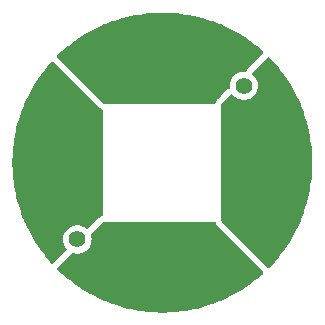
<source format=gbr>
%TF.GenerationSoftware,KiCad,Pcbnew,7.0.7*%
%TF.CreationDate,2024-01-24T13:08:38-05:00*%
%TF.ProjectId,LED_board,4c45445f-626f-4617-9264-2e6b69636164,rev?*%
%TF.SameCoordinates,Original*%
%TF.FileFunction,Copper,L2,Bot*%
%TF.FilePolarity,Positive*%
%FSLAX46Y46*%
G04 Gerber Fmt 4.6, Leading zero omitted, Abs format (unit mm)*
G04 Created by KiCad (PCBNEW 7.0.7) date 2024-01-24 13:08:38*
%MOMM*%
%LPD*%
G01*
G04 APERTURE LIST*
%TA.AperFunction,ComponentPad*%
%ADD10C,1.400000*%
%TD*%
%TA.AperFunction,ViaPad*%
%ADD11C,0.800000*%
%TD*%
G04 APERTURE END LIST*
D10*
%TO.P,J2,1,Pin_1*%
%TO.N,/GND*%
X106900000Y-93500000D03*
%TD*%
%TO.P,J1,1,Pin_1*%
%TO.N,/Vin*%
X92800000Y-106500000D03*
%TD*%
D11*
%TO.N,unconnected-(D1-EXP-Pad3)*%
X89750000Y-100000000D03*
X94500000Y-100000000D03*
X88750000Y-100000000D03*
X87750000Y-100000000D03*
%TO.N,unconnected-(D2-EXP-Pad3)*%
X100000000Y-89750000D03*
X100000000Y-88750000D03*
X100000000Y-87750000D03*
X100000000Y-94500000D03*
%TO.N,unconnected-(D3-EXP-Pad3)*%
X100000000Y-105500000D03*
X100000000Y-111250000D03*
X100000000Y-112250000D03*
X100000000Y-110250000D03*
%TO.N,unconnected-(D4-EXP-Pad3)*%
X111250000Y-100000000D03*
X105500000Y-100000000D03*
X112250000Y-100000000D03*
X110250000Y-100000000D03*
%TD*%
%TA.AperFunction,Conductor*%
%TO.N,unconnected-(D4-EXP-Pad3)*%
G36*
X109020742Y-91081771D02*
G01*
X109067514Y-91112766D01*
X109420343Y-91485966D01*
X109515244Y-91592161D01*
X109882903Y-92027558D01*
X109971706Y-92138911D01*
X110314388Y-92594257D01*
X110396784Y-92710383D01*
X110713403Y-93184238D01*
X110789159Y-93304801D01*
X111078712Y-93795665D01*
X111147586Y-93920282D01*
X111258348Y-94134683D01*
X111409164Y-94426616D01*
X111470942Y-94554901D01*
X111703720Y-95075106D01*
X111758206Y-95206648D01*
X111961446Y-95739080D01*
X112008475Y-95873481D01*
X112181534Y-96416447D01*
X112220964Y-96553312D01*
X112363305Y-97105123D01*
X112394993Y-97243955D01*
X112506173Y-97802895D01*
X112530025Y-97943280D01*
X112609691Y-98507583D01*
X112625634Y-98649078D01*
X112673534Y-99216958D01*
X112681518Y-99359132D01*
X112699451Y-99998260D01*
X112699451Y-100001738D01*
X112681518Y-100640867D01*
X112673534Y-100783041D01*
X112625634Y-101350921D01*
X112609691Y-101492416D01*
X112530025Y-102056719D01*
X112506173Y-102197104D01*
X112394993Y-102756044D01*
X112363305Y-102894876D01*
X112220964Y-103446687D01*
X112181534Y-103583552D01*
X112008475Y-104126518D01*
X111961446Y-104260919D01*
X111758206Y-104793351D01*
X111703720Y-104924893D01*
X111470942Y-105445098D01*
X111409164Y-105573383D01*
X111147591Y-106079708D01*
X111078712Y-106204334D01*
X110789159Y-106695198D01*
X110713403Y-106815761D01*
X110396784Y-107289616D01*
X110314388Y-107405742D01*
X109971706Y-107861088D01*
X109882903Y-107972441D01*
X109515244Y-108407838D01*
X109420343Y-108514033D01*
X109067513Y-108887233D01*
X109007153Y-108922424D01*
X108937349Y-108919396D01*
X108889726Y-108889726D01*
X105036818Y-105036818D01*
X105003333Y-104975495D01*
X105000499Y-104949137D01*
X105000499Y-95050862D01*
X105020184Y-94983823D01*
X105036813Y-94963186D01*
X105770040Y-94229959D01*
X105831359Y-94196477D01*
X105901050Y-94201461D01*
X105956671Y-94242916D01*
X106009020Y-94312238D01*
X106173437Y-94462123D01*
X106173439Y-94462125D01*
X106362595Y-94579245D01*
X106362596Y-94579245D01*
X106362599Y-94579247D01*
X106570060Y-94659618D01*
X106788757Y-94700500D01*
X106788759Y-94700500D01*
X107011241Y-94700500D01*
X107011243Y-94700500D01*
X107229940Y-94659618D01*
X107437401Y-94579247D01*
X107626562Y-94462124D01*
X107790981Y-94312236D01*
X107925058Y-94134689D01*
X108024229Y-93935528D01*
X108085115Y-93721536D01*
X108105643Y-93500000D01*
X108085115Y-93278464D01*
X108024229Y-93064472D01*
X108024224Y-93064461D01*
X107925061Y-92865316D01*
X107925056Y-92865308D01*
X107790979Y-92687761D01*
X107636512Y-92546947D01*
X107600230Y-92487236D01*
X107601991Y-92417389D01*
X107632365Y-92367634D01*
X108889729Y-91110270D01*
X108951050Y-91076787D01*
X109020742Y-91081771D01*
G37*
%TD.AperFunction*%
%TD*%
%TA.AperFunction,Conductor*%
%TO.N,unconnected-(D1-EXP-Pad3)*%
G36*
X90715228Y-91448071D02*
G01*
X90762859Y-91477744D01*
X94615319Y-95330204D01*
X94615320Y-95330204D01*
X94635456Y-95348291D01*
X94635455Y-95348291D01*
X94666639Y-95373420D01*
X94666642Y-95373422D01*
X94710526Y-95405067D01*
X94841403Y-95464838D01*
X94908442Y-95484523D01*
X94908446Y-95484524D01*
X94908448Y-95484524D01*
X94910436Y-95485108D01*
X94969213Y-95522883D01*
X94998238Y-95586439D01*
X94999500Y-95604085D01*
X94999500Y-104392540D01*
X94979815Y-104459579D01*
X94927011Y-104505334D01*
X94918833Y-104508722D01*
X94782254Y-104559662D01*
X94782251Y-104559663D01*
X94724206Y-104591356D01*
X94723656Y-104591615D01*
X94720923Y-104593149D01*
X94605740Y-104679375D01*
X94605728Y-104679385D01*
X93725722Y-105559391D01*
X93664399Y-105592876D01*
X93594707Y-105587892D01*
X93554503Y-105563347D01*
X93526563Y-105537876D01*
X93526560Y-105537874D01*
X93337404Y-105420754D01*
X93337398Y-105420752D01*
X93129940Y-105340382D01*
X92911243Y-105299500D01*
X92688757Y-105299500D01*
X92470060Y-105340382D01*
X92338864Y-105391207D01*
X92262601Y-105420752D01*
X92262595Y-105420754D01*
X92073439Y-105537874D01*
X92073437Y-105537876D01*
X91909020Y-105687761D01*
X91774943Y-105865308D01*
X91774938Y-105865316D01*
X91675775Y-106064461D01*
X91675769Y-106064476D01*
X91614885Y-106278462D01*
X91614884Y-106278464D01*
X91594357Y-106499999D01*
X91594357Y-106500000D01*
X91614884Y-106721535D01*
X91614885Y-106721537D01*
X91675769Y-106935523D01*
X91675775Y-106935538D01*
X91774938Y-107134683D01*
X91774943Y-107134691D01*
X91871468Y-107262510D01*
X91896160Y-107327871D01*
X91881595Y-107396206D01*
X91860195Y-107424918D01*
X90762860Y-108522254D01*
X90701537Y-108555739D01*
X90631845Y-108550755D01*
X90585083Y-108519771D01*
X90579657Y-108514033D01*
X90484755Y-108407838D01*
X90117096Y-107972441D01*
X90057773Y-107898054D01*
X90028301Y-107861098D01*
X89685609Y-107405739D01*
X89678845Y-107396206D01*
X89603225Y-107289631D01*
X89286596Y-106815761D01*
X89257350Y-106769218D01*
X89210845Y-106695206D01*
X88921285Y-106204330D01*
X88852417Y-106079725D01*
X88590832Y-105573378D01*
X88529057Y-105445098D01*
X88357806Y-105062391D01*
X88296277Y-104924887D01*
X88241787Y-104793335D01*
X88222175Y-104741957D01*
X88038545Y-104260898D01*
X87991524Y-104126516D01*
X87818464Y-103583549D01*
X87779035Y-103446687D01*
X87636694Y-102894876D01*
X87605011Y-102756065D01*
X87493824Y-102197090D01*
X87469975Y-102056725D01*
X87390307Y-101492409D01*
X87374365Y-101350925D01*
X87326463Y-100783014D01*
X87318481Y-100640890D01*
X87302498Y-100071210D01*
X87302498Y-99928789D01*
X87318481Y-99359132D01*
X87326462Y-99216993D01*
X87374368Y-98649047D01*
X87390305Y-98507602D01*
X87469976Y-97943263D01*
X87493821Y-97802922D01*
X87605008Y-97243947D01*
X87636686Y-97105152D01*
X87779036Y-96553305D01*
X87818465Y-96416447D01*
X87991532Y-95873455D01*
X88038539Y-95739118D01*
X88241797Y-95206639D01*
X88296266Y-95075136D01*
X88529057Y-94554901D01*
X88543772Y-94524343D01*
X88590823Y-94426639D01*
X88852429Y-93920252D01*
X88921268Y-93795697D01*
X89210854Y-93304778D01*
X89286590Y-93184247D01*
X89603231Y-92710359D01*
X89685593Y-92594281D01*
X90028305Y-92138896D01*
X90117096Y-92027558D01*
X90205841Y-91922462D01*
X90484764Y-91592151D01*
X90579629Y-91485994D01*
X90585067Y-91480243D01*
X90645423Y-91445048D01*
X90715228Y-91448071D01*
G37*
%TD.AperFunction*%
%TD*%
%TA.AperFunction,Conductor*%
%TO.N,unconnected-(D2-EXP-Pad3)*%
G36*
X100640890Y-87318481D02*
G01*
X100783014Y-87326463D01*
X101350925Y-87374365D01*
X101492386Y-87390303D01*
X102056725Y-87469975D01*
X102197090Y-87493824D01*
X102756065Y-87605011D01*
X102894849Y-87636687D01*
X103409401Y-87769417D01*
X103446687Y-87779035D01*
X103583549Y-87818464D01*
X104126516Y-87991524D01*
X104260898Y-88038545D01*
X104793347Y-88241792D01*
X104924887Y-88296277D01*
X105247488Y-88440631D01*
X105445098Y-88529057D01*
X105573378Y-88590832D01*
X106079725Y-88852417D01*
X106204330Y-88921285D01*
X106695206Y-89210845D01*
X106769218Y-89257350D01*
X106815761Y-89286596D01*
X106953029Y-89378315D01*
X107289631Y-89603225D01*
X107405739Y-89685609D01*
X107861098Y-90028301D01*
X107898054Y-90057773D01*
X107972441Y-90117096D01*
X108407838Y-90484755D01*
X108514037Y-90579660D01*
X108519767Y-90585078D01*
X108554954Y-90645441D01*
X108551922Y-90715244D01*
X108522254Y-90762859D01*
X107274931Y-92010182D01*
X107274930Y-92010184D01*
X107274926Y-92010188D01*
X107274923Y-92010192D01*
X107200908Y-92104242D01*
X107200907Y-92104244D01*
X107200899Y-92104255D01*
X107170532Y-92153998D01*
X107136744Y-92227781D01*
X107090934Y-92280537D01*
X107023874Y-92300151D01*
X107012567Y-92299622D01*
X107011250Y-92299500D01*
X107011243Y-92299500D01*
X106788757Y-92299500D01*
X106570060Y-92340382D01*
X106438864Y-92391207D01*
X106362601Y-92420752D01*
X106362595Y-92420754D01*
X106173439Y-92537874D01*
X106173437Y-92537876D01*
X106009020Y-92687761D01*
X105874943Y-92865308D01*
X105874938Y-92865316D01*
X105775775Y-93064461D01*
X105775769Y-93064476D01*
X105714885Y-93278462D01*
X105714884Y-93278464D01*
X105694357Y-93499999D01*
X105694357Y-93500001D01*
X105704730Y-93611948D01*
X105691315Y-93680518D01*
X105642958Y-93730950D01*
X105624595Y-93739570D01*
X105589101Y-93752808D01*
X105589096Y-93752811D01*
X105527791Y-93786286D01*
X105527781Y-93786290D01*
X105412599Y-93872515D01*
X105412587Y-93872526D01*
X104943153Y-94341961D01*
X104669794Y-94615320D01*
X104651696Y-94635469D01*
X104651696Y-94635470D01*
X104626569Y-94666651D01*
X104626570Y-94666650D01*
X104594930Y-94710528D01*
X104535160Y-94841402D01*
X104514889Y-94910437D01*
X104477114Y-94969214D01*
X104413558Y-94998238D01*
X104395913Y-94999500D01*
X95050862Y-94999500D01*
X94983823Y-94979815D01*
X94963181Y-94963181D01*
X91110272Y-91110272D01*
X91076787Y-91048949D01*
X91081771Y-90979257D01*
X91112763Y-90932488D01*
X91485977Y-90579646D01*
X91592151Y-90484764D01*
X92027558Y-90117096D01*
X92052828Y-90096943D01*
X92138896Y-90028305D01*
X92594281Y-89685593D01*
X92710359Y-89603231D01*
X93184243Y-89286592D01*
X93304778Y-89210854D01*
X93795697Y-88921268D01*
X93920252Y-88852429D01*
X94426639Y-88590823D01*
X94554901Y-88529057D01*
X94592852Y-88512074D01*
X95075136Y-88296266D01*
X95206639Y-88241797D01*
X95739118Y-88038539D01*
X95873455Y-87991532D01*
X96416484Y-87818453D01*
X96553296Y-87779039D01*
X97105152Y-87636686D01*
X97243947Y-87605008D01*
X97802922Y-87493821D01*
X97943263Y-87469976D01*
X98507602Y-87390305D01*
X98649047Y-87374368D01*
X99216993Y-87326462D01*
X99359109Y-87318481D01*
X99928790Y-87302498D01*
X100071210Y-87302498D01*
X100640890Y-87318481D01*
G37*
%TD.AperFunction*%
%TD*%
%TA.AperFunction,Conductor*%
%TO.N,unconnected-(D3-EXP-Pad3)*%
G36*
X104459578Y-105020185D02*
G01*
X104505333Y-105072989D01*
X104508721Y-105081166D01*
X104509384Y-105082945D01*
X104509385Y-105082947D01*
X104559667Y-105217756D01*
X104593152Y-105279079D01*
X104679376Y-105394260D01*
X104679380Y-105394264D01*
X104679385Y-105394270D01*
X108522255Y-109237139D01*
X108555740Y-109298462D01*
X108550756Y-109368154D01*
X108519761Y-109414926D01*
X108514028Y-109420347D01*
X108407838Y-109515244D01*
X107972441Y-109882903D01*
X107861088Y-109971706D01*
X107405742Y-110314388D01*
X107289616Y-110396784D01*
X106815761Y-110713403D01*
X106695198Y-110789159D01*
X106204334Y-111078712D01*
X106079708Y-111147591D01*
X105573383Y-111409164D01*
X105445098Y-111470942D01*
X104924893Y-111703720D01*
X104793351Y-111758206D01*
X104260919Y-111961446D01*
X104126518Y-112008475D01*
X103583552Y-112181534D01*
X103446687Y-112220964D01*
X102894876Y-112363305D01*
X102756044Y-112394993D01*
X102197104Y-112506173D01*
X102056719Y-112530025D01*
X101492416Y-112609691D01*
X101350921Y-112625634D01*
X100783041Y-112673534D01*
X100640867Y-112681518D01*
X100071210Y-112697502D01*
X99928790Y-112697502D01*
X99359132Y-112681518D01*
X99216958Y-112673534D01*
X98649078Y-112625634D01*
X98507583Y-112609691D01*
X97943280Y-112530025D01*
X97802895Y-112506173D01*
X97243955Y-112394993D01*
X97105123Y-112363305D01*
X96553312Y-112220964D01*
X96416447Y-112181534D01*
X95873481Y-112008475D01*
X95739080Y-111961446D01*
X95206648Y-111758206D01*
X95173542Y-111744493D01*
X95075098Y-111703716D01*
X94554901Y-111470942D01*
X94426616Y-111409164D01*
X93920300Y-111147595D01*
X93857978Y-111113151D01*
X93795665Y-111078712D01*
X93304809Y-110789163D01*
X93270566Y-110767647D01*
X93184238Y-110713403D01*
X92710383Y-110396784D01*
X92594257Y-110314388D01*
X92138911Y-109971706D01*
X92027558Y-109882903D01*
X91592161Y-109515244D01*
X91549724Y-109477320D01*
X91485977Y-109420353D01*
X91112765Y-109067513D01*
X91077574Y-109007154D01*
X91080602Y-108937350D01*
X91110270Y-108889729D01*
X92319461Y-107680538D01*
X92380780Y-107647056D01*
X92450472Y-107652040D01*
X92451932Y-107652596D01*
X92470052Y-107659615D01*
X92470060Y-107659618D01*
X92688757Y-107700500D01*
X92688759Y-107700500D01*
X92911241Y-107700500D01*
X92911243Y-107700500D01*
X93129940Y-107659618D01*
X93337401Y-107579247D01*
X93526562Y-107462124D01*
X93690981Y-107312236D01*
X93825058Y-107134689D01*
X93924229Y-106935528D01*
X93985115Y-106721536D01*
X94005643Y-106500000D01*
X93985115Y-106278464D01*
X93946673Y-106143354D01*
X93947259Y-106073488D01*
X93978255Y-106021744D01*
X94963181Y-105036818D01*
X95024504Y-105003334D01*
X95050862Y-105000500D01*
X104392539Y-105000500D01*
X104459578Y-105020185D01*
G37*
%TD.AperFunction*%
%TD*%
M02*

</source>
